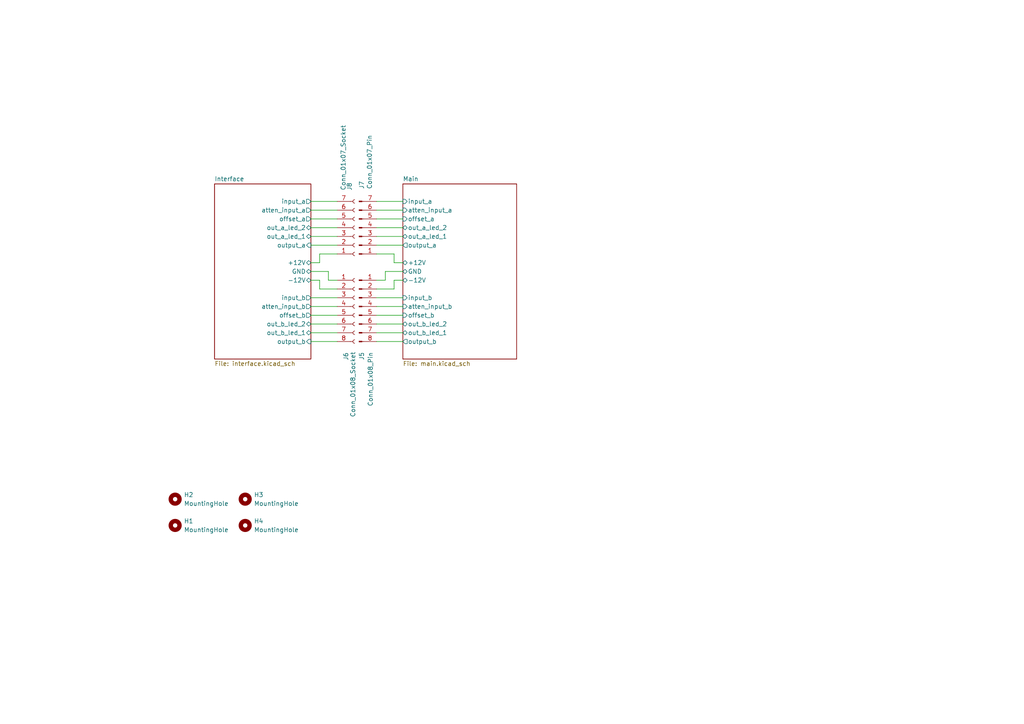
<source format=kicad_sch>
(kicad_sch (version 20231120) (generator "eeschema") (generator_version "8.0")
  (paper "A4")
  (title_block (title "OffsetAtten") (date "2024-05-01") (rev "v2.0") (company "Free Modular"))
  (lib_symbols
    (symbol "Connector:Conn_01x07_Pin" (pin_names (offset 1.016) hide)
      (property "Reference" "J" (at 0 10.16 0))
      (property "Value" "Conn_01x07_Pin" (at 0 -10.16 0))
      (symbol "Conn_01x07_Pin_1_1"
        (polyline (pts (xy 1.27 -7.62) (xy 0.8636 -7.62)) (stroke (width 0.1524)))
        (polyline (pts (xy 1.27 -5.08) (xy 0.8636 -5.08)) (stroke (width 0.1524)))
        (polyline (pts (xy 1.27 -2.54) (xy 0.8636 -2.54)) (stroke (width 0.1524)))
        (polyline (pts (xy 1.27 0) (xy 0.8636 0)) (stroke (width 0.1524)))
        (polyline (pts (xy 1.27 2.54) (xy 0.8636 2.54)) (stroke (width 0.1524)))
        (polyline (pts (xy 1.27 5.08) (xy 0.8636 5.08)) (stroke (width 0.1524)))
        (polyline (pts (xy 1.27 7.62) (xy 0.8636 7.62)) (stroke (width 0.1524)))
        (rectangle (start 0.8636 -7.493) (end 0 -7.747) (stroke (width 0.1524)) (fill (type outline)))
        (rectangle (start 0.8636 -4.953) (end 0 -5.207) (stroke (width 0.1524)) (fill (type outline)))
        (rectangle (start 0.8636 -2.413) (end 0 -2.667) (stroke (width 0.1524)) (fill (type outline)))
        (rectangle (start 0.8636 0.127) (end 0 -0.127) (stroke (width 0.1524)) (fill (type outline)))
        (rectangle (start 0.8636 2.667) (end 0 2.413) (stroke (width 0.1524)) (fill (type outline)))
        (rectangle (start 0.8636 5.207) (end 0 4.953) (stroke (width 0.1524)) (fill (type outline)))
        (rectangle (start 0.8636 7.747) (end 0 7.493) (stroke (width 0.1524)) (fill (type outline)))
        (pin passive line (at 5.08 7.62 180) (length 3.81) (name "Pin_1") (number "1"))
        (pin passive line (at 5.08 5.08 180) (length 3.81) (name "Pin_2") (number "2"))
        (pin passive line (at 5.08 2.54 180) (length 3.81) (name "Pin_3") (number "3"))
        (pin passive line (at 5.08 0 180) (length 3.81) (name "Pin_4") (number "4"))
        (pin passive line (at 5.08 -2.54 180) (length 3.81) (name "Pin_5") (number "5"))
        (pin passive line (at 5.08 -5.08 180) (length 3.81) (name "Pin_6") (number "6"))
        (pin passive line (at 5.08 -7.62 180) (length 3.81) (name "Pin_7") (number "7"))
      )
    )
    (symbol "Connector:Conn_01x07_Socket" (pin_names (offset 1.016) hide)
      (property "Reference" "J" (at 0 10.16 0))
      (property "Value" "Conn_01x07_Socket" (at 0 -10.16 0))
      (symbol "Conn_01x07_Socket_1_1"
        (arc (start 0 -7.112) (mid -0.5058 -7.62) (end 0 -8.128) (stroke (width 0.1524)))
        (arc (start 0 -4.572) (mid -0.5058 -5.08) (end 0 -5.588) (stroke (width 0.1524)))
        (arc (start 0 -2.032) (mid -0.5058 -2.54) (end 0 -3.048) (stroke (width 0.1524)))
        (polyline (pts (xy -1.27 -7.62) (xy -0.508 -7.62)) (stroke (width 0.1524)))
        (polyline (pts (xy -1.27 -5.08) (xy -0.508 -5.08)) (stroke (width 0.1524)))
        (polyline (pts (xy -1.27 -2.54) (xy -0.508 -2.54)) (stroke (width 0.1524)))
        (polyline (pts (xy -1.27 0) (xy -0.508 0)) (stroke (width 0.1524)))
        (polyline (pts (xy -1.27 2.54) (xy -0.508 2.54)) (stroke (width 0.1524)))
        (polyline (pts (xy -1.27 5.08) (xy -0.508 5.08)) (stroke (width 0.1524)))
        (polyline (pts (xy -1.27 7.62) (xy -0.508 7.62)) (stroke (width 0.1524)))
        (arc (start 0 0.508) (mid -0.5058 0) (end 0 -0.508) (stroke (width 0.1524)))
        (arc (start 0 3.048) (mid -0.5058 2.54) (end 0 2.032) (stroke (width 0.1524)))
        (arc (start 0 5.588) (mid -0.5058 5.08) (end 0 4.572) (stroke (width 0.1524)))
        (arc (start 0 8.128) (mid -0.5058 7.62) (end 0 7.112) (stroke (width 0.1524)))
        (pin passive line (at -5.08 7.62 0) (length 3.81) (name "Pin_1") (number "1"))
        (pin passive line (at -5.08 5.08 0) (length 3.81) (name "Pin_2") (number "2"))
        (pin passive line (at -5.08 2.54 0) (length 3.81) (name "Pin_3") (number "3"))
        (pin passive line (at -5.08 0 0) (length 3.81) (name "Pin_4") (number "4"))
        (pin passive line (at -5.08 -2.54 0) (length 3.81) (name "Pin_5") (number "5"))
        (pin passive line (at -5.08 -5.08 0) (length 3.81) (name "Pin_6") (number "6"))
        (pin passive line (at -5.08 -7.62 0) (length 3.81) (name "Pin_7") (number "7"))
      )
    )
    (symbol "Connector:Conn_01x08_Pin" (pin_names (offset 1.016) hide)
      (property "Reference" "J" (at 0 10.16 0))
      (property "Value" "Conn_01x08_Pin" (at 0 -12.7 0))
      (symbol "Conn_01x08_Pin_1_1"
        (polyline (pts (xy 1.27 -10.16) (xy 0.8636 -10.16)) (stroke (width 0.1524)))
        (polyline (pts (xy 1.27 -7.62) (xy 0.8636 -7.62)) (stroke (width 0.1524)))
        (polyline (pts (xy 1.27 -5.08) (xy 0.8636 -5.08)) (stroke (width 0.1524)))
        (polyline (pts (xy 1.27 -2.54) (xy 0.8636 -2.54)) (stroke (width 0.1524)))
        (polyline (pts (xy 1.27 0) (xy 0.8636 0)) (stroke (width 0.1524)))
        (polyline (pts (xy 1.27 2.54) (xy 0.8636 2.54)) (stroke (width 0.1524)))
        (polyline (pts (xy 1.27 5.08) (xy 0.8636 5.08)) (stroke (width 0.1524)))
        (polyline (pts (xy 1.27 7.62) (xy 0.8636 7.62)) (stroke (width 0.1524)))
        (rectangle (start 0.8636 -10.033) (end 0 -10.287) (stroke (width 0.1524)) (fill (type outline)))
        (rectangle (start 0.8636 -7.493) (end 0 -7.747) (stroke (width 0.1524)) (fill (type outline)))
        (rectangle (start 0.8636 -4.953) (end 0 -5.207) (stroke (width 0.1524)) (fill (type outline)))
        (rectangle (start 0.8636 -2.413) (end 0 -2.667) (stroke (width 0.1524)) (fill (type outline)))
        (rectangle (start 0.8636 0.127) (end 0 -0.127) (stroke (width 0.1524)) (fill (type outline)))
        (rectangle (start 0.8636 2.667) (end 0 2.413) (stroke (width 0.1524)) (fill (type outline)))
        (rectangle (start 0.8636 5.207) (end 0 4.953) (stroke (width 0.1524)) (fill (type outline)))
        (rectangle (start 0.8636 7.747) (end 0 7.493) (stroke (width 0.1524)) (fill (type outline)))
        (pin passive line (at 5.08 7.62 180) (length 3.81) (name "Pin_1") (number "1"))
        (pin passive line (at 5.08 5.08 180) (length 3.81) (name "Pin_2") (number "2"))
        (pin passive line (at 5.08 2.54 180) (length 3.81) (name "Pin_3") (number "3"))
        (pin passive line (at 5.08 0 180) (length 3.81) (name "Pin_4") (number "4"))
        (pin passive line (at 5.08 -2.54 180) (length 3.81) (name "Pin_5") (number "5"))
        (pin passive line (at 5.08 -5.08 180) (length 3.81) (name "Pin_6") (number "6"))
        (pin passive line (at 5.08 -7.62 180) (length 3.81) (name "Pin_7") (number "7"))
        (pin passive line (at 5.08 -10.16 180) (length 3.81) (name "Pin_8") (number "8"))
      )
    )
    (symbol "Connector:Conn_01x08_Socket" (pin_names (offset 1.016) hide)
      (property "Reference" "J" (at 0 10.16 0))
      (property "Value" "Conn_01x08_Socket" (at 0 -12.7 0))
      (symbol "Conn_01x08_Socket_1_1"
        (arc (start 0 -9.652) (mid -0.5058 -10.16) (end 0 -10.668) (stroke (width 0.1524)))
        (arc (start 0 -7.112) (mid -0.5058 -7.62) (end 0 -8.128) (stroke (width 0.1524)))
        (arc (start 0 -4.572) (mid -0.5058 -5.08) (end 0 -5.588) (stroke (width 0.1524)))
        (arc (start 0 -2.032) (mid -0.5058 -2.54) (end 0 -3.048) (stroke (width 0.1524)))
        (polyline (pts (xy -1.27 -10.16) (xy -0.508 -10.16)) (stroke (width 0.1524)))
        (polyline (pts (xy -1.27 -7.62) (xy -0.508 -7.62)) (stroke (width 0.1524)))
        (polyline (pts (xy -1.27 -5.08) (xy -0.508 -5.08)) (stroke (width 0.1524)))
        (polyline (pts (xy -1.27 -2.54) (xy -0.508 -2.54)) (stroke (width 0.1524)))
        (polyline (pts (xy -1.27 0) (xy -0.508 0)) (stroke (width 0.1524)))
        (polyline (pts (xy -1.27 2.54) (xy -0.508 2.54)) (stroke (width 0.1524)))
        (polyline (pts (xy -1.27 5.08) (xy -0.508 5.08)) (stroke (width 0.1524)))
        (polyline (pts (xy -1.27 7.62) (xy -0.508 7.62)) (stroke (width 0.1524)))
        (arc (start 0 0.508) (mid -0.5058 0) (end 0 -0.508) (stroke (width 0.1524)))
        (arc (start 0 3.048) (mid -0.5058 2.54) (end 0 2.032) (stroke (width 0.1524)))
        (arc (start 0 5.588) (mid -0.5058 5.08) (end 0 4.572) (stroke (width 0.1524)))
        (arc (start 0 8.128) (mid -0.5058 7.62) (end 0 7.112) (stroke (width 0.1524)))
        (pin passive line (at -5.08 7.62 0) (length 3.81) (name "Pin_1") (number "1"))
        (pin passive line (at -5.08 5.08 0) (length 3.81) (name "Pin_2") (number "2"))
        (pin passive line (at -5.08 2.54 0) (length 3.81) (name "Pin_3") (number "3"))
        (pin passive line (at -5.08 0 0) (length 3.81) (name "Pin_4") (number "4"))
        (pin passive line (at -5.08 -2.54 0) (length 3.81) (name "Pin_5") (number "5"))
        (pin passive line (at -5.08 -5.08 0) (length 3.81) (name "Pin_6") (number "6"))
        (pin passive line (at -5.08 -7.62 0) (length 3.81) (name "Pin_7") (number "7"))
        (pin passive line (at -5.08 -10.16 0) (length 3.81) (name "Pin_8") (number "8"))
      )
    )
    (symbol "Mechanical:MountingHole" (pin_names (offset 1.016)) (exclude_from_sim yes) (in_bom no)
      (property "Reference" "H" (at 0 5.08 0))
      (property "Value" "MountingHole" (at 0 3.175 0))
      (symbol "MountingHole_0_1"
        (circle (center 0 0) (radius 1.27) (stroke (width 1.27)))
      )
    )
  )
  (wire (pts (xy 116.84 76.2) (xy 114.3 76.2)))
  (wire (pts (xy 97.79 73.66) (xy 92.71 73.66)))
  (wire (pts (xy 109.22 86.36) (xy 116.84 86.36)))
  (wire (pts (xy 90.17 91.44) (xy 97.79 91.44)))
  (wire (pts (xy 114.3 81.28) (xy 116.84 81.28)))
  (wire (pts (xy 109.22 81.28) (xy 111.76 81.28)))
  (wire (pts (xy 90.17 88.9) (xy 97.79 88.9)))
  (wire (pts (xy 109.22 93.98) (xy 116.84 93.98)))
  (wire (pts (xy 92.71 81.28) (xy 92.71 83.82)))
  (wire (pts (xy 97.79 83.82) (xy 92.71 83.82)))
  (wire (pts (xy 114.3 73.66) (xy 109.22 73.66)))
  (wire (pts (xy 92.71 73.66) (xy 92.71 76.2)))
  (wire (pts (xy 90.17 66.04) (xy 97.79 66.04)))
  (wire (pts (xy 111.76 81.28) (xy 111.76 78.74)))
  (wire (pts (xy 114.3 83.82) (xy 114.3 81.28)))
  (wire (pts (xy 109.22 68.58) (xy 116.84 68.58)))
  (wire (pts (xy 90.17 71.12) (xy 97.79 71.12)))
  (wire (pts (xy 97.79 81.28) (xy 95.25 81.28)))
  (wire (pts (xy 90.17 96.52) (xy 97.79 96.52)))
  (wire (pts (xy 109.22 91.44) (xy 116.84 91.44)))
  (wire (pts (xy 90.17 60.96) (xy 97.79 60.96)))
  (wire (pts (xy 109.22 66.04) (xy 116.84 66.04)))
  (wire (pts (xy 109.22 88.9) (xy 116.84 88.9)))
  (wire (pts (xy 90.17 93.98) (xy 97.79 93.98)))
  (wire (pts (xy 109.22 83.82) (xy 114.3 83.82)))
  (wire (pts (xy 116.84 78.74) (xy 111.76 78.74)))
  (wire (pts (xy 90.17 68.58) (xy 97.79 68.58)))
  (wire (pts (xy 90.17 78.74) (xy 95.25 78.74)))
  (wire (pts (xy 109.22 99.06) (xy 116.84 99.06)))
  (wire (pts (xy 90.17 76.2) (xy 92.71 76.2)))
  (wire (pts (xy 90.17 99.06) (xy 97.79 99.06)))
  (wire (pts (xy 109.22 63.5) (xy 116.84 63.5)))
  (wire (pts (xy 109.22 60.96) (xy 116.84 60.96)))
  (wire (pts (xy 90.17 63.5) (xy 97.79 63.5)))
  (wire (pts (xy 90.17 81.28) (xy 92.71 81.28)))
  (wire (pts (xy 90.17 86.36) (xy 97.79 86.36)))
  (wire (pts (xy 109.22 96.52) (xy 116.84 96.52)))
  (wire (pts (xy 114.3 76.2) (xy 114.3 73.66)))
  (wire (pts (xy 95.25 81.28) (xy 95.25 78.74)))
  (wire (pts (xy 109.22 58.42) (xy 116.84 58.42)))
  (wire (pts (xy 109.22 71.12) (xy 116.84 71.12)))
  (wire (pts (xy 90.17 58.42) (xy 97.79 58.42)))
  (symbol (lib_id "Mechanical:MountingHole") (at 50.8 152.4 0) (unit 1) (exclude_from_sim yes) (in_bom no)
    (property "Reference" "H1" (at 53.34 151.1299 0) (effects (justify left)))
    (property "Value" "MountingHole" (at 53.34 153.6699 0) (effects (justify left)))
    (property "Footprint" "MountingHole:MountingHole_2.7mm_M2.5" (effects (hide yes)))
    (property "Description" "Mounting Hole without connection" (effects (hide yes)))
  )
  (symbol (lib_id "Connector:Conn_01x07_Socket") (at 102.87 66.04 0) (mirror x) (unit 1)
    (property "Reference" "J8" (at 101.346 54.102 90))
    (property "Value" "Conn_01x07_Socket" (at 99.568 45.72 90))
    (property "Footprint" "Connector_PinSocket_2.54mm:PinSocket_1x07_P2.54mm_Vertical" (effects (hide yes)))
    (property "Description" "Generic connector, single row, 01x07, script generated" (effects (hide yes)))
  )
  (symbol (lib_id "Connector:Conn_01x08_Socket") (at 102.87 88.9 0) (unit 1)
    (property "Reference" "J6" (at 100.33 103.378 90))
    (property "Value" "Conn_01x08_Socket" (at 102.362 111.506 90))
    (property "Footprint" "Connector_PinSocket_2.54mm:PinSocket_1x08_P2.54mm_Vertical" (effects (hide yes)))
    (property "Description" "Generic connector, single row, 01x08, script generated" (effects (hide yes)))
  )
  (symbol (lib_id "Mechanical:MountingHole") (at 50.8 144.78 0) (unit 1) (exclude_from_sim yes) (in_bom no)
    (property "Reference" "H2" (at 53.34 143.5099 0) (effects (justify left)))
    (property "Value" "MountingHole" (at 53.34 146.0499 0) (effects (justify left)))
    (property "Footprint" "MountingHole:MountingHole_2.7mm_M2.5" (effects (hide yes)))
    (property "Description" "Mounting Hole without connection" (effects (hide yes)))
  )
  (symbol (lib_id "Connector:Conn_01x07_Pin") (at 104.14 66.04 0) (mirror x) (unit 1)
    (property "Reference" "J7" (at 104.902 54.864 90) (effects (justify right)))
    (property "Value" "Conn_01x07_Pin" (at 107.188 54.864 90) (effects (justify right)))
    (property "Footprint" "Connector_PinSocket_2.54mm:PinSocket_1x07_P2.54mm_Vertical" (effects (hide yes)))
    (property "Description" "Generic connector, single row, 01x07, script generated" (effects (hide yes)))
  )
  (symbol (lib_id "Connector:Conn_01x08_Pin") (at 104.14 88.9 0) (unit 1)
    (property "Reference" "J5" (at 104.902 102.108 90) (effects (justify right)))
    (property "Value" "Conn_01x08_Pin" (at 107.442 102.108 90) (effects (justify right)))
    (property "Footprint" "Connector_PinSocket_2.54mm:PinSocket_1x08_P2.54mm_Vertical" (effects (hide yes)))
    (property "Description" "Generic connector, single row, 01x08, script generated" (effects (hide yes)))
  )
  (symbol (lib_id "Mechanical:MountingHole") (at 71.12 152.4 0) (unit 1) (exclude_from_sim yes) (in_bom no)
    (property "Reference" "H4" (at 73.66 151.1299 0) (effects (justify left)))
    (property "Value" "MountingHole" (at 73.66 153.6699 0) (effects (justify left)))
    (property "Footprint" "MountingHole:MountingHole_2.7mm_M2.5" (effects (hide yes)))
    (property "Description" "Mounting Hole without connection" (effects (hide yes)))
  )
  (symbol (lib_id "Mechanical:MountingHole") (at 71.12 144.78 0) (unit 1) (exclude_from_sim yes) (in_bom no)
    (property "Reference" "H3" (at 73.66 143.5099 0) (effects (justify left)))
    (property "Value" "MountingHole" (at 73.66 146.0499 0) (effects (justify left)))
    (property "Footprint" "MountingHole:MountingHole_2.7mm_M2.5" (effects (hide yes)))
    (property "Description" "Mounting Hole without connection" (effects (hide yes)))
  )
  (sheet (at 116.84 53.34) (size 33.02 50.8) (stroke (width 0.1524))
    (property "Sheetname" "Main" (at 116.84 52.6284 0) (effects (justify left bottom)))
    (property "Sheetfile" "main.kicad_sch" (at 116.84 104.7246 0) (effects (justify left top)))
    (pin "GND" bidirectional (at 116.84 78.74 180))
    (pin "output_b" output (at 116.84 99.06 180))
    (pin "output_a" output (at 116.84 71.12 180))
    (pin "-12V" bidirectional (at 116.84 81.28 180))
    (pin "+12V" bidirectional (at 116.84 76.2 180))
    (pin "out_b_led_2" bidirectional (at 116.84 93.98 180))
    (pin "out_b_led_1" bidirectional (at 116.84 96.52 180))
    (pin "out_a_led_1" bidirectional (at 116.84 68.58 180))
    (pin "out_a_led_2" bidirectional (at 116.84 66.04 180))
    (pin "input_a" input (at 116.84 58.42 180))
    (pin "atten_input_b" input (at 116.84 88.9 180))
    (pin "offset_a" input (at 116.84 63.5 180))
    (pin "atten_input_a" input (at 116.84 60.96 180))
    (pin "offset_b" input (at 116.84 91.44 180))
    (pin "input_b" input (at 116.84 86.36 180))
  )
  (sheet (at 62.23 53.34) (size 27.94 50.8) (stroke (width 0.1524))
    (property "Sheetname" "Interface" (at 62.23 52.6284 0) (effects (justify left bottom)))
    (property "Sheetfile" "interface.kicad_sch" (at 62.23 104.7246 0) (effects (justify left top)))
    (pin "GND" bidirectional (at 90.17 78.74 0))
    (pin "-12V" bidirectional (at 90.17 81.28 0))
    (pin "offset_a" output (at 90.17 63.5 0))
    (pin "output_b" input (at 90.17 99.06 0))
    (pin "+12V" bidirectional (at 90.17 76.2 0))
    (pin "output_a" input (at 90.17 71.12 0))
    (pin "offset_b" output (at 90.17 91.44 0))
    (pin "out_a_led_1" bidirectional (at 90.17 68.58 0))
    (pin "out_b_led_2" bidirectional (at 90.17 93.98 0))
    (pin "out_b_led_1" bidirectional (at 90.17 96.52 0))
    (pin "out_a_led_2" bidirectional (at 90.17 66.04 0))
    (pin "input_a" output (at 90.17 58.42 0))
    (pin "atten_input_a" output (at 90.17 60.96 0))
    (pin "input_b" output (at 90.17 86.36 0))
    (pin "atten_input_b" output (at 90.17 88.9 0))
  )
)
</source>
